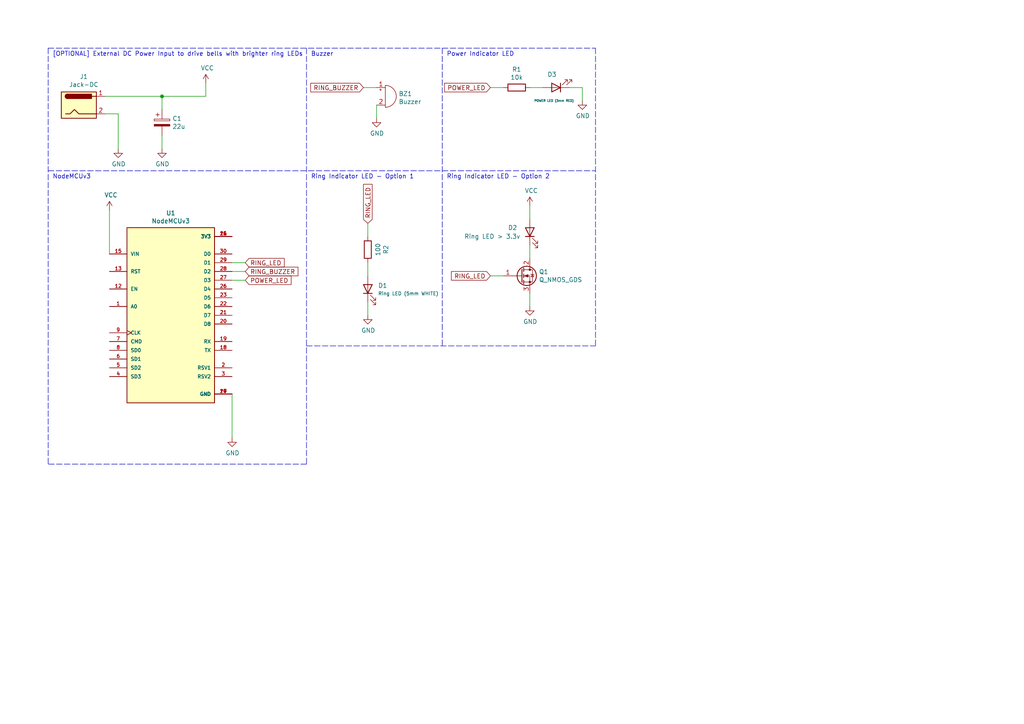
<source format=kicad_sch>
(kicad_sch (version 20211123) (generator eeschema)
  (paper "A4")
  (title_block (title "TUDO Wireless Doorbell / Bell") (date "2021-11-30") (rev "V1.0") (company "TUDO Makerspace") (comment 1 "https://tapr.org/the-tapr-open-hardware-license/") (comment 2 "License: TAPR Open Hardware License v1.0") (comment 3 "ctx.xda@gmail.com") (comment 4 "Author: Patrick Pedersen"))
  (lib_symbols
    (symbol "Connector:Jack-DC" (pin_names (offset 1.016))
      (property "Reference" "J" (at 0 5.334 0))
      (property "Value" "Jack-DC" (at 0 -5.08 0))
      (symbol "Jack-DC_0_1"
        (rectangle (start -5.08 3.81) (end 5.08 -3.81) (stroke (width 0.254)) (fill (type background)))
        (arc (start -3.302 3.175) (mid -3.937 2.54) (end -3.302 1.905) (stroke (width 0.254)))
        (arc (start -3.302 3.175) (mid -3.937 2.54) (end -3.302 1.905) (stroke (width 0.254)) (fill (type outline)))
        (polyline (pts (xy 5.08 2.54) (xy 3.81 2.54)) (stroke (width 0.254)))
        (polyline (pts (xy -3.81 -2.54) (xy -2.54 -2.54) (xy -1.27 -1.27) (xy 0 -2.54) (xy 2.54 -2.54) (xy 5.08 -2.54)) (stroke (width 0.254)))
        (rectangle (start 3.683 3.175) (end -3.302 1.905) (stroke (width 0.254)) (fill (type outline)))
      )
      (symbol "Jack-DC_1_1"
        (pin passive line (at 7.62 2.54 180) (length 2.54) (name "~") (number "1"))
        (pin passive line (at 7.62 -2.54 180) (length 2.54) (name "~") (number "2"))
      )
    )
    (symbol "Device:Buzzer" (pin_names (offset 0.0254) hide)
      (property "Reference" "BZ" (at 3.81 1.27 0))
      (property "Value" "Buzzer" (at 3.81 -1.27 0))
      (symbol "Buzzer_0_1"
        (arc (start 0 -3.175) (mid 3.175 0) (end 0 3.175))
        (polyline (pts (xy -1.651 1.905) (xy -1.143 1.905)))
        (polyline (pts (xy -1.397 2.159) (xy -1.397 1.651)))
        (polyline (pts (xy 0 3.175) (xy 0 -3.175)))
      )
      (symbol "Buzzer_1_1"
        (pin passive line (at -2.54 2.54 0) (length 2.54) (name "-") (number "1"))
        (pin passive line (at -2.54 -2.54 0) (length 2.54) (name "+") (number "2"))
      )
    )
    (symbol "Device:CP" (pin_numbers hide) (pin_names (offset 0.254))
      (property "Reference" "C" (at 0.635 2.54 0))
      (property "Value" "Device_CP" (at 0.635 -2.54 0))
      (symbol "CP_0_1"
        (rectangle (start -2.286 0.508) (end 2.286 1.016))
        (polyline (pts (xy -1.778 2.286) (xy -0.762 2.286)))
        (polyline (pts (xy -1.27 2.794) (xy -1.27 1.778)))
        (rectangle (start 2.286 -0.508) (end -2.286 -1.016) (fill (type outline)))
      )
      (symbol "CP_1_1"
        (pin passive line (at 0 3.81 270) (length 2.794) (name "~") (number "1"))
        (pin passive line (at 0 -3.81 90) (length 2.794) (name "~") (number "2"))
      )
    )
    (symbol "Device:LED" (pin_numbers hide) (pin_names (offset 1.016) hide)
      (property "Reference" "D" (at 0 2.54 0))
      (property "Value" "LED" (at 0 -2.54 0))
      (symbol "LED_0_1"
        (polyline (pts (xy -1.27 -1.27) (xy -1.27 1.27)) (stroke (width 0.254)))
        (polyline (pts (xy -1.27 0) (xy 1.27 0)))
        (polyline (pts (xy 1.27 -1.27) (xy 1.27 1.27) (xy -1.27 0) (xy 1.27 -1.27)) (stroke (width 0.254)))
        (polyline (pts (xy -3.048 -0.762) (xy -4.572 -2.286) (xy -3.81 -2.286) (xy -4.572 -2.286) (xy -4.572 -1.524)))
        (polyline (pts (xy -1.778 -0.762) (xy -3.302 -2.286) (xy -2.54 -2.286) (xy -3.302 -2.286) (xy -3.302 -1.524)))
      )
      (symbol "LED_1_1"
        (pin passive line (at -3.81 0 0) (length 2.54) (name "K") (number "1"))
        (pin passive line (at 3.81 0 180) (length 2.54) (name "A") (number "2"))
      )
    )
    (symbol "Device:Q_NMOS_GDS" (pin_names (offset 0) hide)
      (property "Reference" "Q" (at 5.08 1.27 0))
      (property "Value" "Q_NMOS_GDS" (at 5.08 -1.27 0))
      (symbol "Q_NMOS_GDS_0_1"
        (polyline (pts (xy 0.254 0) (xy -2.54 0)))
        (polyline (pts (xy 0.254 1.905) (xy 0.254 -1.905)) (stroke (width 0.254)))
        (polyline (pts (xy 0.762 -1.27) (xy 0.762 -2.286)) (stroke (width 0.254)))
        (polyline (pts (xy 0.762 0.508) (xy 0.762 -0.508)) (stroke (width 0.254)))
        (polyline (pts (xy 0.762 2.286) (xy 0.762 1.27)) (stroke (width 0.254)))
        (polyline (pts (xy 2.54 2.54) (xy 2.54 1.778)))
        (polyline (pts (xy 2.54 -2.54) (xy 2.54 0) (xy 0.762 0)))
        (polyline (pts (xy 0.762 -1.778) (xy 3.302 -1.778) (xy 3.302 1.778) (xy 0.762 1.778)))
        (polyline (pts (xy 1.016 0) (xy 2.032 0.381) (xy 2.032 -0.381) (xy 1.016 0)) (fill (type outline)))
        (polyline (pts (xy 2.794 0.508) (xy 2.921 0.381) (xy 3.683 0.381) (xy 3.81 0.254)))
        (polyline (pts (xy 3.302 0.381) (xy 2.921 -0.254) (xy 3.683 -0.254) (xy 3.302 0.381)))
        (circle (center 1.651 0) (radius 2.794) (stroke (width 0.254)))
        (circle (center 2.54 -1.778) (radius 0.254) (fill (type outline)))
        (circle (center 2.54 1.778) (radius 0.254) (fill (type outline)))
      )
      (symbol "Q_NMOS_GDS_1_1"
        (pin input line (at -5.08 0 0) (length 2.54) (name "G") (number "1"))
        (pin passive line (at 2.54 5.08 270) (length 2.54) (name "D") (number "2"))
        (pin passive line (at 2.54 -5.08 90) (length 2.54) (name "S") (number "3"))
      )
    )
    (symbol "Device:R" (pin_numbers hide) (pin_names (offset 0))
      (property "Reference" "R" (at 2.032 0 90))
      (property "Value" "R" (at 0 0 90))
      (symbol "R_0_1"
        (rectangle (start -1.016 -2.54) (end 1.016 2.54) (stroke (width 0.254)))
      )
      (symbol "R_1_1"
        (pin passive line (at 0 3.81 270) (length 1.27) (name "~") (number "1"))
        (pin passive line (at 0 -3.81 90) (length 1.27) (name "~") (number "2"))
      )
    )
    (symbol "ZC563900:ZC563900" (pin_names (offset 1.016))
      (property "Reference" "U" (at -12.7 26.035 0))
      (property "Value" "ZC563900_ZC563900" (at -12.7 -27.94 0))
      (symbol "ZC563900_0_0"
        (rectangle (start -12.7 -25.4) (end 12.7 25.4) (stroke (width 0.254)) (fill (type background)))
        (pin input line (at -17.78 2.54 0) (length 5.08) (name "A0") (number "1"))
        (pin power_in line (at 17.78 -22.86 180) (length 5.08) (name "GND") (number "10"))
        (pin power_in line (at 17.78 22.86 180) (length 5.08) (name "3V3") (number "11"))
        (pin input line (at -17.78 7.62 0) (length 5.08) (name "EN") (number "12"))
        (pin input line (at -17.78 12.7 0) (length 5.08) (name "RST") (number "13"))
        (pin power_in line (at 17.78 -22.86 180) (length 5.08) (name "GND") (number "14"))
        (pin input line (at -17.78 17.78 0) (length 5.08) (name "VIN") (number "15"))
        (pin power_in line (at 17.78 22.86 180) (length 5.08) (name "3V3") (number "16"))
        (pin power_in line (at 17.78 -22.86 180) (length 5.08) (name "GND") (number "17"))
        (pin bidirectional line (at 17.78 -10.16 180) (length 5.08) (name "TX") (number "18"))
        (pin bidirectional line (at 17.78 -7.62 180) (length 5.08) (name "RX") (number "19"))
        (pin passive line (at 17.78 -15.24 180) (length 5.08) (name "RSV1") (number "2"))
        (pin bidirectional line (at 17.78 -2.54 180) (length 5.08) (name "D8") (number "20"))
        (pin bidirectional line (at 17.78 0 180) (length 5.08) (name "D7") (number "21"))
        (pin bidirectional line (at 17.78 2.54 180) (length 5.08) (name "D6") (number "22"))
        (pin bidirectional line (at 17.78 5.08 180) (length 5.08) (name "D5") (number "23"))
        (pin power_in line (at 17.78 -22.86 180) (length 5.08) (name "GND") (number "24"))
        (pin power_in line (at 17.78 22.86 180) (length 5.08) (name "3V3") (number "25"))
        (pin bidirectional line (at 17.78 7.62 180) (length 5.08) (name "D4") (number "26"))
        (pin bidirectional line (at 17.78 10.16 180) (length 5.08) (name "D3") (number "27"))
        (pin bidirectional line (at 17.78 12.7 180) (length 5.08) (name "D2") (number "28"))
        (pin bidirectional line (at 17.78 15.24 180) (length 5.08) (name "D1") (number "29"))
        (pin passive line (at 17.78 -17.78 180) (length 5.08) (name "RSV2") (number "3"))
        (pin bidirectional line (at 17.78 17.78 180) (length 5.08) (name "D0") (number "30"))
        (pin bidirectional line (at -17.78 -17.78 0) (length 5.08) (name "SD3") (number "4"))
        (pin bidirectional line (at -17.78 -15.24 0) (length 5.08) (name "SD2") (number "5"))
        (pin bidirectional line (at -17.78 -12.7 0) (length 5.08) (name "SD1") (number "6"))
        (pin input line (at -17.78 -7.62 0) (length 5.08) (name "CMD") (number "7"))
        (pin bidirectional line (at -17.78 -10.16 0) (length 5.08) (name "SD0") (number "8"))
        (pin input clock (at -17.78 -5.08 0) (length 5.08) (name "CLK") (number "9"))
      )
    )
    (symbol "power:GND" (power) (pin_names (offset 0))
      (property "Value" "GND" (at 0 -3.81 0))
      (symbol "GND_0_1"
        (polyline (pts (xy 0 0) (xy 0 -1.27) (xy 1.27 -1.27) (xy 0 -2.54) (xy -1.27 -1.27) (xy 0 -1.27)))
      )
      (symbol "GND_1_1"
        (pin power_in line (at 0 0 270) (length 0) hide (name "GND") (number "1"))
      )
    )
    (symbol "power:VCC" (power) (pin_names (offset 0))
      (property "Value" "VCC" (at 0 3.81 0))
      (symbol "VCC_0_1"
        (polyline (pts (xy -0.762 1.27) (xy 0 2.54)))
        (polyline (pts (xy 0 0) (xy 0 2.54)))
        (polyline (pts (xy 0 2.54) (xy 0.762 1.27)))
      )
      (symbol "VCC_1_1"
        (pin power_in line (at 0 0 90) (length 0) hide (name "VCC") (number "1"))
      )
    )
  )
  (junction (at 46.99 27.94))
  (wire (pts (xy 59.69 27.94) (xy 46.99 27.94)))
  (polyline (pts (xy 88.9 13.97) (xy 88.9 134.62)))
  (wire (pts (xy 153.67 59.69) (xy 153.67 63.5)))
  (wire (pts (xy 142.24 25.4) (xy 146.05 25.4)))
  (wire (pts (xy 168.91 29.21) (xy 168.91 25.4)))
  (wire (pts (xy 59.69 24.13) (xy 59.69 27.94)))
  (polyline (pts (xy 13.97 13.97) (xy 172.72 13.97)))
  (wire (pts (xy 142.24 80.01) (xy 146.05 80.01)))
  (wire (pts (xy 71.12 76.2) (xy 67.31 76.2)))
  (wire (pts (xy 34.29 43.18) (xy 34.29 33.02)))
  (polyline (pts (xy 13.97 49.53) (xy 172.72 49.53)))
  (wire (pts (xy 153.67 71.12) (xy 153.67 74.93)))
  (wire (pts (xy 71.12 78.74) (xy 67.31 78.74)))
  (wire (pts (xy 106.68 64.77) (xy 106.68 68.58)))
  (wire (pts (xy 105.41 25.4) (xy 109.22 25.4)))
  (wire (pts (xy 67.31 127) (xy 67.31 114.3)))
  (wire (pts (xy 34.29 33.02) (xy 30.48 33.02)))
  (wire (pts (xy 46.99 39.37) (xy 46.99 43.18)))
  (polyline (pts (xy 88.9 134.62) (xy 13.97 134.62)))
  (polyline (pts (xy 88.9 100.33) (xy 172.72 100.33)))
  (wire (pts (xy 106.68 91.44) (xy 106.68 87.63)))
  (polyline (pts (xy 13.97 13.97) (xy 13.97 134.62)))
  (wire (pts (xy 71.12 81.28) (xy 67.31 81.28)))
  (wire (pts (xy 30.48 27.94) (xy 46.99 27.94)))
  (wire (pts (xy 153.67 85.09) (xy 153.67 88.9)))
  (polyline (pts (xy 128.27 13.97) (xy 128.27 100.33)))
  (wire (pts (xy 31.75 60.96) (xy 31.75 73.66)))
  (wire (pts (xy 106.68 76.2) (xy 106.68 80.01)))
  (polyline (pts (xy 172.72 13.97) (xy 172.72 100.33)))
  (wire (pts (xy 46.99 27.94) (xy 46.99 31.75)))
  (wire (pts (xy 109.22 34.29) (xy 109.22 30.48)))
  (wire (pts (xy 157.48 25.4) (xy 153.67 25.4)))
  (wire (pts (xy 168.91 25.4) (xy 165.1 25.4)))
  (text "Buzzer" (at 90.17 16.51 0) (effects (font (size 1.27 1.27)) (justify left bottom)))
  (text "Power Indicator LED" (at 129.54 16.51 0) (effects (font (size 1.27 1.27)) (justify left bottom)))
  (text "Ring Indicator LED - Option 2" (at 129.54 52.07 0) (effects (font (size 1.27 1.27)) (justify left bottom)))
  (text "NodeMCUv3" (at 15.24 52.07 0) (effects (font (size 1.27 1.27)) (justify left bottom)))
  (text "Ring Indicator LED - Option 1" (at 90.17 52.07 0) (effects (font (size 1.27 1.27)) (justify left bottom)))
  (text "[OPTIONAL] External DC Power Input to drive bells with brighter ring LEDs " (at 15.24 16.51 0) (effects (font (size 1.27 1.27)) (justify left bottom)))
  (global_label "RING_LED" (shape input) (at 142.24 80.01 180) (property "Intersheet References" "${INTERSHEET_REFS}" (effects hide)))
  (global_label "RING_LED" (shape input) (at 71.12 76.2 0) (property "Intersheet References" "${INTERSHEET_REFS}" (effects hide)))
  (global_label "RING_BUZZER" (shape input) (at 71.12 78.74 0) (property "Intersheet References" "${INTERSHEET_REFS}" (effects hide)))
  (global_label "POWER_LED" (shape input) (at 142.24 25.4 180) (property "Intersheet References" "${INTERSHEET_REFS}" (effects hide)))
  (global_label "POWER_LED" (shape input) (at 71.12 81.28 0) (property "Intersheet References" "${INTERSHEET_REFS}" (effects hide)))
  (global_label "RING_LED" (shape input) (at 106.68 64.77 90) (property "Intersheet References" "${INTERSHEET_REFS}" (effects hide)))
  (global_label "RING_BUZZER" (shape input) (at 105.41 25.4 180) (property "Intersheet References" "${INTERSHEET_REFS}" (effects hide)))
  (symbol (lib_id "Device:Buzzer") (at 111.76 27.94 0) (unit 1)
    (property "Reference" "BZ1" (at 115.6208 27.2034 0) (effects (justify left)))
    (property "Value" "Buzzer" (at 115.6208 29.5148 0) (effects (justify left)))
    (property "Footprint" "Buzzer_Beeper:Buzzer_12x9.5RM7.6" (effects hide))
  )
  (symbol (lib_id "Device:LED") (at 153.67 67.31 90) (unit 1)
    (property "Reference" "D2" (at 147.32 66.04 90) (effects (justify right)))
    (property "Value" "Ring LED > 3.3v" (at 134.62 68.58 90) (effects (justify right)))
    (property "Footprint" "Connector_JST:JST_EH_B2B-EH-A_1x02_P2.50mm_Vertical" (effects hide))
  )
  (symbol (lib_id "Device:Q_NMOS_GDS") (at 151.13 80.01 0) (unit 1)
    (property "Reference" "Q1" (at 156.3116 78.8416 0) (effects (justify left)))
    (property "Value" "Q_NMOS_GDS" (at 156.3116 81.153 0) (effects (justify left)))
    (property "Footprint" "Package_TO_SOT_THT:TO-220-3_Horizontal_TabDown" (effects hide))
  )
  (symbol (lib_id "power:GND") (at 153.67 88.9 0) (unit 1)
    (property "Reference" "#PWR09" (effects hide))
    (property "Value" "GND" (at 153.797 93.2942 0))
  )
  (symbol (lib_id "Device:LED") (at 106.68 83.82 90) (unit 1)
    (property "Reference" "D1" (at 109.6518 82.8294 90) (effects (justify right)))
    (property "Value" "Ring LED (5mm WHITE)" (at 109.6518 85.1408 90) (effects (font (size 0.9906 0.9906)) (justify right)))
    (property "Footprint" "Connector_JST:JST_EH_B2B-EH-A_1x02_P2.50mm_Vertical" (effects hide))
  )
  (symbol (lib_id "Device:LED") (at 161.29 25.4 180) (unit 1)
    (property "Reference" "D3" (at 158.75 21.59 0) (effects (justify right)))
    (property "Value" "POWER LED (3mm RED)" (at 154.94 29.21 0) (effects (font (size 0.635 0.635)) (justify right)))
    (property "Footprint" "Connector_JST:JST_EH_B2B-EH-A_1x02_P2.50mm_Vertical" (effects hide))
  )
  (symbol (lib_id "Device:R") (at 149.86 25.4 270) (unit 1)
    (property "Reference" "R1" (at 149.86 20.1422 90))
    (property "Value" "10k" (at 149.86 22.4536 90))
    (property "Footprint" "Resistor_THT:R_Axial_DIN0207_L6.3mm_D2.5mm_P10.16mm_Horizontal" (effects hide))
  )
  (symbol (lib_id "ZC563900:ZC563900") (at 49.53 91.44 0) (unit 1)
    (property "Reference" "U1" (at 49.53 61.7982 0))
    (property "Value" "NodeMCUv3" (at 49.53 64.1096 0))
    (property "Footprint" "ESP8266-Kicad:NodeMCU-LoLinV3" (effects hide))
    (property "MAXIMUM_PACKAGE_HEIGHT" "N/A" (effects hide))
    (property "PARTREV" "1.0" (effects hide))
    (property "MANUFACTURER" "YKS" (effects hide))
    (property "STANDARD" "Manufacturer Recommendations" (effects hide))
  )
  (symbol (lib_id "power:GND") (at 67.31 127 0) (unit 1)
    (property "Reference" "#PWR05" (effects hide))
    (property "Value" "GND" (at 67.437 131.3942 0))
  )
  (symbol (lib_id "power:VCC") (at 31.75 60.96 0) (unit 1)
    (property "Reference" "#PWR01" (effects hide))
    (property "Value" "VCC" (at 32.1818 56.5658 0))
  )
  (symbol (lib_id "power:GND") (at 109.22 34.29 0) (unit 1)
    (property "Reference" "#PWR06" (effects hide))
    (property "Value" "GND" (at 109.347 38.6842 0))
  )
  (symbol (lib_id "power:GND") (at 168.91 29.21 0) (unit 1)
    (property "Reference" "#PWR010" (effects hide))
    (property "Value" "GND" (at 169.037 33.6042 0))
  )
  (symbol (lib_id "power:VCC") (at 153.67 59.69 0) (unit 1)
    (property "Reference" "#PWR08" (effects hide))
    (property "Value" "VCC" (at 154.1018 55.2958 0))
  )
  (symbol (lib_id "power:GND") (at 106.68 91.44 0) (unit 1)
    (property "Reference" "#PWR07" (effects hide))
    (property "Value" "GND" (at 106.807 95.8342 0))
  )
  (symbol (lib_id "Connector:Jack-DC") (at 22.86 30.48 0) (unit 1)
    (property "Reference" "J1" (at 24.3078 22.225 0))
    (property "Value" "Jack-DC" (at 24.3078 24.5364 0))
    (property "Footprint" "Connector_JST:JST_EH_B2B-EH-A_1x02_P2.50mm_Vertical" (effects hide))
  )
  (symbol (lib_id "power:VCC") (at 59.69 24.13 0) (unit 1)
    (property "Reference" "#PWR04" (effects hide))
    (property "Value" "VCC" (at 60.1218 19.7358 0))
  )
  (symbol (lib_id "power:GND") (at 46.99 43.18 0) (unit 1)
    (property "Reference" "#PWR03" (effects hide))
    (property "Value" "GND" (at 47.117 47.5742 0))
  )
  (symbol (lib_id "Device:CP") (at 46.99 35.56 0) (unit 1)
    (property "Reference" "C1" (at 49.9872 34.3916 0) (effects (justify left)))
    (property "Value" "22u" (at 49.9872 36.703 0) (effects (justify left)))
    (property "Footprint" "Capacitor_THT:CP_Radial_D5.0mm_P2.00mm" (effects hide))
  )
  (symbol (lib_id "power:GND") (at 34.29 43.18 0) (unit 1)
    (property "Reference" "#PWR02" (effects hide))
    (property "Value" "GND" (at 34.417 47.5742 0))
  )
  (symbol (lib_id "Device:R") (at 106.68 72.39 180) (unit 1)
    (property "Reference" "R2" (at 111.9378 72.39 90))
    (property "Value" "100" (at 109.6264 72.39 90))
    (property "Footprint" "Resistor_THT:R_Axial_DIN0207_L6.3mm_D2.5mm_P10.16mm_Horizontal" (effects hide))
  )
)
</source>
